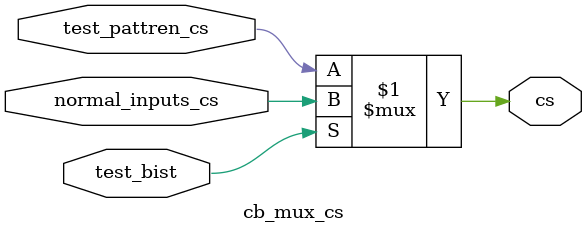
<source format=v>
module cb_mux_cs(
    normal_inputs_cs, 
    test_pattren_cs, 
    test_bist, 
    
    cs
);

input normal_inputs_cs;
input test_pattren_cs;
input test_bist;
output cs;

wire cs;

assign cs = (test_bist)? normal_inputs_cs:test_pattren_cs;

endmodule

</source>
